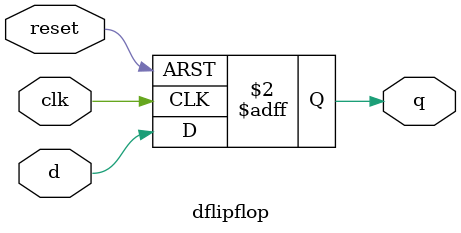
<source format=v>

module dflipflop(q,d,clk,reset);
output q;
input d,clk,reset;
reg q;
always@(posedge reset or negedge clk)
if(reset)
q<=1'b0;
else
q<=d;
endmodule


</source>
